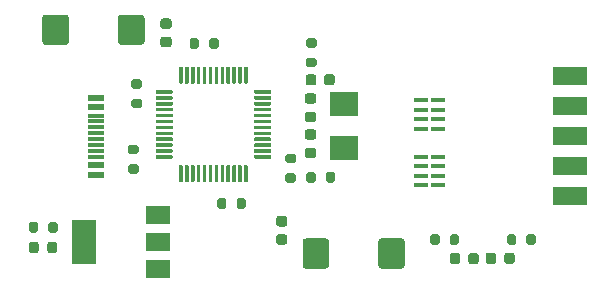
<source format=gbr>
%TF.GenerationSoftware,KiCad,Pcbnew,(5.1.9-0-10_14)*%
%TF.CreationDate,2021-02-21T16:58:23+08:00*%
%TF.ProjectId,stlinkv21_jlinkob,73746c69-6e6b-4763-9231-5f6a6c696e6b,rev?*%
%TF.SameCoordinates,Original*%
%TF.FileFunction,Paste,Top*%
%TF.FilePolarity,Positive*%
%FSLAX46Y46*%
G04 Gerber Fmt 4.6, Leading zero omitted, Abs format (unit mm)*
G04 Created by KiCad (PCBNEW (5.1.9-0-10_14)) date 2021-02-21 16:58:23*
%MOMM*%
%LPD*%
G01*
G04 APERTURE LIST*
%ADD10R,1.200000X0.400000*%
%ADD11R,2.400000X2.000000*%
%ADD12R,2.000000X1.500000*%
%ADD13R,2.000000X3.800000*%
%ADD14R,2.999994X1.519936*%
%ADD15R,1.450000X0.600000*%
%ADD16R,1.450000X0.300000*%
G04 APERTURE END LIST*
D10*
%TO.C,RN2*%
X136000000Y-91410000D03*
X136000000Y-90610000D03*
X136000000Y-89810000D03*
X136000000Y-89010000D03*
X134600000Y-91410000D03*
X134600000Y-89010000D03*
X134600000Y-90610000D03*
X134600000Y-89810000D03*
%TD*%
%TO.C,RN1*%
X136000000Y-86610000D03*
X136000000Y-85810000D03*
X136000000Y-85010000D03*
X136000000Y-84210000D03*
X134600000Y-86610000D03*
X134600000Y-84210000D03*
X134600000Y-85810000D03*
X134600000Y-85010000D03*
%TD*%
%TO.C,C6*%
G36*
G01*
X130955000Y-98205001D02*
X130955000Y-96154999D01*
G75*
G02*
X131204999Y-95905000I249999J0D01*
G01*
X132955001Y-95905000D01*
G75*
G02*
X133205000Y-96154999I0J-249999D01*
G01*
X133205000Y-98205001D01*
G75*
G02*
X132955001Y-98455000I-249999J0D01*
G01*
X131204999Y-98455000D01*
G75*
G02*
X130955000Y-98205001I0J249999D01*
G01*
G37*
G36*
G01*
X124555000Y-98205001D02*
X124555000Y-96154999D01*
G75*
G02*
X124804999Y-95905000I249999J0D01*
G01*
X126555001Y-95905000D01*
G75*
G02*
X126805000Y-96154999I0J-249999D01*
G01*
X126805000Y-98205001D01*
G75*
G02*
X126555001Y-98455000I-249999J0D01*
G01*
X124804999Y-98455000D01*
G75*
G02*
X124555000Y-98205001I0J249999D01*
G01*
G37*
%TD*%
%TO.C,C4*%
G36*
G01*
X108915000Y-79265001D02*
X108915000Y-77214999D01*
G75*
G02*
X109164999Y-76965000I249999J0D01*
G01*
X110915001Y-76965000D01*
G75*
G02*
X111165000Y-77214999I0J-249999D01*
G01*
X111165000Y-79265001D01*
G75*
G02*
X110915001Y-79515000I-249999J0D01*
G01*
X109164999Y-79515000D01*
G75*
G02*
X108915000Y-79265001I0J249999D01*
G01*
G37*
G36*
G01*
X102515000Y-79265001D02*
X102515000Y-77214999D01*
G75*
G02*
X102764999Y-76965000I249999J0D01*
G01*
X104515001Y-76965000D01*
G75*
G02*
X104765000Y-77214999I0J-249999D01*
G01*
X104765000Y-79265001D01*
G75*
G02*
X104515001Y-79515000I-249999J0D01*
G01*
X102764999Y-79515000D01*
G75*
G02*
X102515000Y-79265001I0J249999D01*
G01*
G37*
%TD*%
D11*
%TO.C,Y1*%
X128016000Y-84510000D03*
X128016000Y-88210000D03*
%TD*%
%TO.C,R12*%
G36*
G01*
X109945000Y-89615000D02*
X110495000Y-89615000D01*
G75*
G02*
X110695000Y-89815000I0J-200000D01*
G01*
X110695000Y-90215000D01*
G75*
G02*
X110495000Y-90415000I-200000J0D01*
G01*
X109945000Y-90415000D01*
G75*
G02*
X109745000Y-90215000I0J200000D01*
G01*
X109745000Y-89815000D01*
G75*
G02*
X109945000Y-89615000I200000J0D01*
G01*
G37*
G36*
G01*
X109945000Y-87965000D02*
X110495000Y-87965000D01*
G75*
G02*
X110695000Y-88165000I0J-200000D01*
G01*
X110695000Y-88565000D01*
G75*
G02*
X110495000Y-88765000I-200000J0D01*
G01*
X109945000Y-88765000D01*
G75*
G02*
X109745000Y-88565000I0J200000D01*
G01*
X109745000Y-88165000D01*
G75*
G02*
X109945000Y-87965000I200000J0D01*
G01*
G37*
%TD*%
%TO.C,R11*%
G36*
G01*
X125555000Y-79755000D02*
X125005000Y-79755000D01*
G75*
G02*
X124805000Y-79555000I0J200000D01*
G01*
X124805000Y-79155000D01*
G75*
G02*
X125005000Y-78955000I200000J0D01*
G01*
X125555000Y-78955000D01*
G75*
G02*
X125755000Y-79155000I0J-200000D01*
G01*
X125755000Y-79555000D01*
G75*
G02*
X125555000Y-79755000I-200000J0D01*
G01*
G37*
G36*
G01*
X125555000Y-81405000D02*
X125005000Y-81405000D01*
G75*
G02*
X124805000Y-81205000I0J200000D01*
G01*
X124805000Y-80805000D01*
G75*
G02*
X125005000Y-80605000I200000J0D01*
G01*
X125555000Y-80605000D01*
G75*
G02*
X125755000Y-80805000I0J-200000D01*
G01*
X125755000Y-81205000D01*
G75*
G02*
X125555000Y-81405000I-200000J0D01*
G01*
G37*
%TD*%
%TO.C,R10*%
G36*
G01*
X110225000Y-84085000D02*
X110775000Y-84085000D01*
G75*
G02*
X110975000Y-84285000I0J-200000D01*
G01*
X110975000Y-84685000D01*
G75*
G02*
X110775000Y-84885000I-200000J0D01*
G01*
X110225000Y-84885000D01*
G75*
G02*
X110025000Y-84685000I0J200000D01*
G01*
X110025000Y-84285000D01*
G75*
G02*
X110225000Y-84085000I200000J0D01*
G01*
G37*
G36*
G01*
X110225000Y-82435000D02*
X110775000Y-82435000D01*
G75*
G02*
X110975000Y-82635000I0J-200000D01*
G01*
X110975000Y-83035000D01*
G75*
G02*
X110775000Y-83235000I-200000J0D01*
G01*
X110225000Y-83235000D01*
G75*
G02*
X110025000Y-83035000I0J200000D01*
G01*
X110025000Y-82635000D01*
G75*
G02*
X110225000Y-82435000I200000J0D01*
G01*
G37*
%TD*%
%TO.C,R9*%
G36*
G01*
X123265000Y-90395000D02*
X123815000Y-90395000D01*
G75*
G02*
X124015000Y-90595000I0J-200000D01*
G01*
X124015000Y-90995000D01*
G75*
G02*
X123815000Y-91195000I-200000J0D01*
G01*
X123265000Y-91195000D01*
G75*
G02*
X123065000Y-90995000I0J200000D01*
G01*
X123065000Y-90595000D01*
G75*
G02*
X123265000Y-90395000I200000J0D01*
G01*
G37*
G36*
G01*
X123265000Y-88745000D02*
X123815000Y-88745000D01*
G75*
G02*
X124015000Y-88945000I0J-200000D01*
G01*
X124015000Y-89345000D01*
G75*
G02*
X123815000Y-89545000I-200000J0D01*
G01*
X123265000Y-89545000D01*
G75*
G02*
X123065000Y-89345000I0J200000D01*
G01*
X123065000Y-88945000D01*
G75*
G02*
X123265000Y-88745000I200000J0D01*
G01*
G37*
%TD*%
%TO.C,R8*%
G36*
G01*
X126525000Y-90995000D02*
X126525000Y-90445000D01*
G75*
G02*
X126725000Y-90245000I200000J0D01*
G01*
X127125000Y-90245000D01*
G75*
G02*
X127325000Y-90445000I0J-200000D01*
G01*
X127325000Y-90995000D01*
G75*
G02*
X127125000Y-91195000I-200000J0D01*
G01*
X126725000Y-91195000D01*
G75*
G02*
X126525000Y-90995000I0J200000D01*
G01*
G37*
G36*
G01*
X124875000Y-90995000D02*
X124875000Y-90445000D01*
G75*
G02*
X125075000Y-90245000I200000J0D01*
G01*
X125475000Y-90245000D01*
G75*
G02*
X125675000Y-90445000I0J-200000D01*
G01*
X125675000Y-90995000D01*
G75*
G02*
X125475000Y-91195000I-200000J0D01*
G01*
X125075000Y-91195000D01*
G75*
G02*
X124875000Y-90995000I0J200000D01*
G01*
G37*
%TD*%
%TO.C,C7*%
G36*
G01*
X126365000Y-82720000D02*
X126365000Y-82220000D01*
G75*
G02*
X126590000Y-81995000I225000J0D01*
G01*
X127040000Y-81995000D01*
G75*
G02*
X127265000Y-82220000I0J-225000D01*
G01*
X127265000Y-82720000D01*
G75*
G02*
X127040000Y-82945000I-225000J0D01*
G01*
X126590000Y-82945000D01*
G75*
G02*
X126365000Y-82720000I0J225000D01*
G01*
G37*
G36*
G01*
X124815000Y-82720000D02*
X124815000Y-82220000D01*
G75*
G02*
X125040000Y-81995000I225000J0D01*
G01*
X125490000Y-81995000D01*
G75*
G02*
X125715000Y-82220000I0J-225000D01*
G01*
X125715000Y-82720000D01*
G75*
G02*
X125490000Y-82945000I-225000J0D01*
G01*
X125040000Y-82945000D01*
G75*
G02*
X124815000Y-82720000I0J225000D01*
G01*
G37*
%TD*%
%TO.C,C5*%
G36*
G01*
X123030000Y-94895000D02*
X122530000Y-94895000D01*
G75*
G02*
X122305000Y-94670000I0J225000D01*
G01*
X122305000Y-94220000D01*
G75*
G02*
X122530000Y-93995000I225000J0D01*
G01*
X123030000Y-93995000D01*
G75*
G02*
X123255000Y-94220000I0J-225000D01*
G01*
X123255000Y-94670000D01*
G75*
G02*
X123030000Y-94895000I-225000J0D01*
G01*
G37*
G36*
G01*
X123030000Y-96445000D02*
X122530000Y-96445000D01*
G75*
G02*
X122305000Y-96220000I0J225000D01*
G01*
X122305000Y-95770000D01*
G75*
G02*
X122530000Y-95545000I225000J0D01*
G01*
X123030000Y-95545000D01*
G75*
G02*
X123255000Y-95770000I0J-225000D01*
G01*
X123255000Y-96220000D01*
G75*
G02*
X123030000Y-96445000I-225000J0D01*
G01*
G37*
%TD*%
%TO.C,C3*%
G36*
G01*
X113240000Y-78175000D02*
X112740000Y-78175000D01*
G75*
G02*
X112515000Y-77950000I0J225000D01*
G01*
X112515000Y-77500000D01*
G75*
G02*
X112740000Y-77275000I225000J0D01*
G01*
X113240000Y-77275000D01*
G75*
G02*
X113465000Y-77500000I0J-225000D01*
G01*
X113465000Y-77950000D01*
G75*
G02*
X113240000Y-78175000I-225000J0D01*
G01*
G37*
G36*
G01*
X113240000Y-79725000D02*
X112740000Y-79725000D01*
G75*
G02*
X112515000Y-79500000I0J225000D01*
G01*
X112515000Y-79050000D01*
G75*
G02*
X112740000Y-78825000I225000J0D01*
G01*
X113240000Y-78825000D01*
G75*
G02*
X113465000Y-79050000I0J-225000D01*
G01*
X113465000Y-79500000D01*
G75*
G02*
X113240000Y-79725000I-225000J0D01*
G01*
G37*
%TD*%
%TO.C,C2*%
G36*
G01*
X124972000Y-85161000D02*
X125472000Y-85161000D01*
G75*
G02*
X125697000Y-85386000I0J-225000D01*
G01*
X125697000Y-85836000D01*
G75*
G02*
X125472000Y-86061000I-225000J0D01*
G01*
X124972000Y-86061000D01*
G75*
G02*
X124747000Y-85836000I0J225000D01*
G01*
X124747000Y-85386000D01*
G75*
G02*
X124972000Y-85161000I225000J0D01*
G01*
G37*
G36*
G01*
X124972000Y-83611000D02*
X125472000Y-83611000D01*
G75*
G02*
X125697000Y-83836000I0J-225000D01*
G01*
X125697000Y-84286000D01*
G75*
G02*
X125472000Y-84511000I-225000J0D01*
G01*
X124972000Y-84511000D01*
G75*
G02*
X124747000Y-84286000I0J225000D01*
G01*
X124747000Y-83836000D01*
G75*
G02*
X124972000Y-83611000I225000J0D01*
G01*
G37*
%TD*%
%TO.C,C1*%
G36*
G01*
X125472000Y-87559000D02*
X124972000Y-87559000D01*
G75*
G02*
X124747000Y-87334000I0J225000D01*
G01*
X124747000Y-86884000D01*
G75*
G02*
X124972000Y-86659000I225000J0D01*
G01*
X125472000Y-86659000D01*
G75*
G02*
X125697000Y-86884000I0J-225000D01*
G01*
X125697000Y-87334000D01*
G75*
G02*
X125472000Y-87559000I-225000J0D01*
G01*
G37*
G36*
G01*
X125472000Y-89109000D02*
X124972000Y-89109000D01*
G75*
G02*
X124747000Y-88884000I0J225000D01*
G01*
X124747000Y-88434000D01*
G75*
G02*
X124972000Y-88209000I225000J0D01*
G01*
X125472000Y-88209000D01*
G75*
G02*
X125697000Y-88434000I0J-225000D01*
G01*
X125697000Y-88884000D01*
G75*
G02*
X125472000Y-89109000I-225000J0D01*
G01*
G37*
%TD*%
%TO.C,U1*%
G36*
G01*
X119900000Y-89750000D02*
X119900000Y-91075000D01*
G75*
G02*
X119825000Y-91150000I-75000J0D01*
G01*
X119675000Y-91150000D01*
G75*
G02*
X119600000Y-91075000I0J75000D01*
G01*
X119600000Y-89750000D01*
G75*
G02*
X119675000Y-89675000I75000J0D01*
G01*
X119825000Y-89675000D01*
G75*
G02*
X119900000Y-89750000I0J-75000D01*
G01*
G37*
G36*
G01*
X119400000Y-89750000D02*
X119400000Y-91075000D01*
G75*
G02*
X119325000Y-91150000I-75000J0D01*
G01*
X119175000Y-91150000D01*
G75*
G02*
X119100000Y-91075000I0J75000D01*
G01*
X119100000Y-89750000D01*
G75*
G02*
X119175000Y-89675000I75000J0D01*
G01*
X119325000Y-89675000D01*
G75*
G02*
X119400000Y-89750000I0J-75000D01*
G01*
G37*
G36*
G01*
X118900000Y-89750000D02*
X118900000Y-91075000D01*
G75*
G02*
X118825000Y-91150000I-75000J0D01*
G01*
X118675000Y-91150000D01*
G75*
G02*
X118600000Y-91075000I0J75000D01*
G01*
X118600000Y-89750000D01*
G75*
G02*
X118675000Y-89675000I75000J0D01*
G01*
X118825000Y-89675000D01*
G75*
G02*
X118900000Y-89750000I0J-75000D01*
G01*
G37*
G36*
G01*
X118400000Y-89750000D02*
X118400000Y-91075000D01*
G75*
G02*
X118325000Y-91150000I-75000J0D01*
G01*
X118175000Y-91150000D01*
G75*
G02*
X118100000Y-91075000I0J75000D01*
G01*
X118100000Y-89750000D01*
G75*
G02*
X118175000Y-89675000I75000J0D01*
G01*
X118325000Y-89675000D01*
G75*
G02*
X118400000Y-89750000I0J-75000D01*
G01*
G37*
G36*
G01*
X117900000Y-89750000D02*
X117900000Y-91075000D01*
G75*
G02*
X117825000Y-91150000I-75000J0D01*
G01*
X117675000Y-91150000D01*
G75*
G02*
X117600000Y-91075000I0J75000D01*
G01*
X117600000Y-89750000D01*
G75*
G02*
X117675000Y-89675000I75000J0D01*
G01*
X117825000Y-89675000D01*
G75*
G02*
X117900000Y-89750000I0J-75000D01*
G01*
G37*
G36*
G01*
X117400000Y-89750000D02*
X117400000Y-91075000D01*
G75*
G02*
X117325000Y-91150000I-75000J0D01*
G01*
X117175000Y-91150000D01*
G75*
G02*
X117100000Y-91075000I0J75000D01*
G01*
X117100000Y-89750000D01*
G75*
G02*
X117175000Y-89675000I75000J0D01*
G01*
X117325000Y-89675000D01*
G75*
G02*
X117400000Y-89750000I0J-75000D01*
G01*
G37*
G36*
G01*
X116900000Y-89750000D02*
X116900000Y-91075000D01*
G75*
G02*
X116825000Y-91150000I-75000J0D01*
G01*
X116675000Y-91150000D01*
G75*
G02*
X116600000Y-91075000I0J75000D01*
G01*
X116600000Y-89750000D01*
G75*
G02*
X116675000Y-89675000I75000J0D01*
G01*
X116825000Y-89675000D01*
G75*
G02*
X116900000Y-89750000I0J-75000D01*
G01*
G37*
G36*
G01*
X116400000Y-89750000D02*
X116400000Y-91075000D01*
G75*
G02*
X116325000Y-91150000I-75000J0D01*
G01*
X116175000Y-91150000D01*
G75*
G02*
X116100000Y-91075000I0J75000D01*
G01*
X116100000Y-89750000D01*
G75*
G02*
X116175000Y-89675000I75000J0D01*
G01*
X116325000Y-89675000D01*
G75*
G02*
X116400000Y-89750000I0J-75000D01*
G01*
G37*
G36*
G01*
X115900000Y-89750000D02*
X115900000Y-91075000D01*
G75*
G02*
X115825000Y-91150000I-75000J0D01*
G01*
X115675000Y-91150000D01*
G75*
G02*
X115600000Y-91075000I0J75000D01*
G01*
X115600000Y-89750000D01*
G75*
G02*
X115675000Y-89675000I75000J0D01*
G01*
X115825000Y-89675000D01*
G75*
G02*
X115900000Y-89750000I0J-75000D01*
G01*
G37*
G36*
G01*
X115400000Y-89750000D02*
X115400000Y-91075000D01*
G75*
G02*
X115325000Y-91150000I-75000J0D01*
G01*
X115175000Y-91150000D01*
G75*
G02*
X115100000Y-91075000I0J75000D01*
G01*
X115100000Y-89750000D01*
G75*
G02*
X115175000Y-89675000I75000J0D01*
G01*
X115325000Y-89675000D01*
G75*
G02*
X115400000Y-89750000I0J-75000D01*
G01*
G37*
G36*
G01*
X114900000Y-89750000D02*
X114900000Y-91075000D01*
G75*
G02*
X114825000Y-91150000I-75000J0D01*
G01*
X114675000Y-91150000D01*
G75*
G02*
X114600000Y-91075000I0J75000D01*
G01*
X114600000Y-89750000D01*
G75*
G02*
X114675000Y-89675000I75000J0D01*
G01*
X114825000Y-89675000D01*
G75*
G02*
X114900000Y-89750000I0J-75000D01*
G01*
G37*
G36*
G01*
X114400000Y-89750000D02*
X114400000Y-91075000D01*
G75*
G02*
X114325000Y-91150000I-75000J0D01*
G01*
X114175000Y-91150000D01*
G75*
G02*
X114100000Y-91075000I0J75000D01*
G01*
X114100000Y-89750000D01*
G75*
G02*
X114175000Y-89675000I75000J0D01*
G01*
X114325000Y-89675000D01*
G75*
G02*
X114400000Y-89750000I0J-75000D01*
G01*
G37*
G36*
G01*
X113575000Y-88925000D02*
X113575000Y-89075000D01*
G75*
G02*
X113500000Y-89150000I-75000J0D01*
G01*
X112175000Y-89150000D01*
G75*
G02*
X112100000Y-89075000I0J75000D01*
G01*
X112100000Y-88925000D01*
G75*
G02*
X112175000Y-88850000I75000J0D01*
G01*
X113500000Y-88850000D01*
G75*
G02*
X113575000Y-88925000I0J-75000D01*
G01*
G37*
G36*
G01*
X113575000Y-88425000D02*
X113575000Y-88575000D01*
G75*
G02*
X113500000Y-88650000I-75000J0D01*
G01*
X112175000Y-88650000D01*
G75*
G02*
X112100000Y-88575000I0J75000D01*
G01*
X112100000Y-88425000D01*
G75*
G02*
X112175000Y-88350000I75000J0D01*
G01*
X113500000Y-88350000D01*
G75*
G02*
X113575000Y-88425000I0J-75000D01*
G01*
G37*
G36*
G01*
X113575000Y-87925000D02*
X113575000Y-88075000D01*
G75*
G02*
X113500000Y-88150000I-75000J0D01*
G01*
X112175000Y-88150000D01*
G75*
G02*
X112100000Y-88075000I0J75000D01*
G01*
X112100000Y-87925000D01*
G75*
G02*
X112175000Y-87850000I75000J0D01*
G01*
X113500000Y-87850000D01*
G75*
G02*
X113575000Y-87925000I0J-75000D01*
G01*
G37*
G36*
G01*
X113575000Y-87425000D02*
X113575000Y-87575000D01*
G75*
G02*
X113500000Y-87650000I-75000J0D01*
G01*
X112175000Y-87650000D01*
G75*
G02*
X112100000Y-87575000I0J75000D01*
G01*
X112100000Y-87425000D01*
G75*
G02*
X112175000Y-87350000I75000J0D01*
G01*
X113500000Y-87350000D01*
G75*
G02*
X113575000Y-87425000I0J-75000D01*
G01*
G37*
G36*
G01*
X113575000Y-86925000D02*
X113575000Y-87075000D01*
G75*
G02*
X113500000Y-87150000I-75000J0D01*
G01*
X112175000Y-87150000D01*
G75*
G02*
X112100000Y-87075000I0J75000D01*
G01*
X112100000Y-86925000D01*
G75*
G02*
X112175000Y-86850000I75000J0D01*
G01*
X113500000Y-86850000D01*
G75*
G02*
X113575000Y-86925000I0J-75000D01*
G01*
G37*
G36*
G01*
X113575000Y-86425000D02*
X113575000Y-86575000D01*
G75*
G02*
X113500000Y-86650000I-75000J0D01*
G01*
X112175000Y-86650000D01*
G75*
G02*
X112100000Y-86575000I0J75000D01*
G01*
X112100000Y-86425000D01*
G75*
G02*
X112175000Y-86350000I75000J0D01*
G01*
X113500000Y-86350000D01*
G75*
G02*
X113575000Y-86425000I0J-75000D01*
G01*
G37*
G36*
G01*
X113575000Y-85925000D02*
X113575000Y-86075000D01*
G75*
G02*
X113500000Y-86150000I-75000J0D01*
G01*
X112175000Y-86150000D01*
G75*
G02*
X112100000Y-86075000I0J75000D01*
G01*
X112100000Y-85925000D01*
G75*
G02*
X112175000Y-85850000I75000J0D01*
G01*
X113500000Y-85850000D01*
G75*
G02*
X113575000Y-85925000I0J-75000D01*
G01*
G37*
G36*
G01*
X113575000Y-85425000D02*
X113575000Y-85575000D01*
G75*
G02*
X113500000Y-85650000I-75000J0D01*
G01*
X112175000Y-85650000D01*
G75*
G02*
X112100000Y-85575000I0J75000D01*
G01*
X112100000Y-85425000D01*
G75*
G02*
X112175000Y-85350000I75000J0D01*
G01*
X113500000Y-85350000D01*
G75*
G02*
X113575000Y-85425000I0J-75000D01*
G01*
G37*
G36*
G01*
X113575000Y-84925000D02*
X113575000Y-85075000D01*
G75*
G02*
X113500000Y-85150000I-75000J0D01*
G01*
X112175000Y-85150000D01*
G75*
G02*
X112100000Y-85075000I0J75000D01*
G01*
X112100000Y-84925000D01*
G75*
G02*
X112175000Y-84850000I75000J0D01*
G01*
X113500000Y-84850000D01*
G75*
G02*
X113575000Y-84925000I0J-75000D01*
G01*
G37*
G36*
G01*
X113575000Y-84425000D02*
X113575000Y-84575000D01*
G75*
G02*
X113500000Y-84650000I-75000J0D01*
G01*
X112175000Y-84650000D01*
G75*
G02*
X112100000Y-84575000I0J75000D01*
G01*
X112100000Y-84425000D01*
G75*
G02*
X112175000Y-84350000I75000J0D01*
G01*
X113500000Y-84350000D01*
G75*
G02*
X113575000Y-84425000I0J-75000D01*
G01*
G37*
G36*
G01*
X113575000Y-83925000D02*
X113575000Y-84075000D01*
G75*
G02*
X113500000Y-84150000I-75000J0D01*
G01*
X112175000Y-84150000D01*
G75*
G02*
X112100000Y-84075000I0J75000D01*
G01*
X112100000Y-83925000D01*
G75*
G02*
X112175000Y-83850000I75000J0D01*
G01*
X113500000Y-83850000D01*
G75*
G02*
X113575000Y-83925000I0J-75000D01*
G01*
G37*
G36*
G01*
X113575000Y-83425000D02*
X113575000Y-83575000D01*
G75*
G02*
X113500000Y-83650000I-75000J0D01*
G01*
X112175000Y-83650000D01*
G75*
G02*
X112100000Y-83575000I0J75000D01*
G01*
X112100000Y-83425000D01*
G75*
G02*
X112175000Y-83350000I75000J0D01*
G01*
X113500000Y-83350000D01*
G75*
G02*
X113575000Y-83425000I0J-75000D01*
G01*
G37*
G36*
G01*
X114400000Y-81425000D02*
X114400000Y-82750000D01*
G75*
G02*
X114325000Y-82825000I-75000J0D01*
G01*
X114175000Y-82825000D01*
G75*
G02*
X114100000Y-82750000I0J75000D01*
G01*
X114100000Y-81425000D01*
G75*
G02*
X114175000Y-81350000I75000J0D01*
G01*
X114325000Y-81350000D01*
G75*
G02*
X114400000Y-81425000I0J-75000D01*
G01*
G37*
G36*
G01*
X114900000Y-81425000D02*
X114900000Y-82750000D01*
G75*
G02*
X114825000Y-82825000I-75000J0D01*
G01*
X114675000Y-82825000D01*
G75*
G02*
X114600000Y-82750000I0J75000D01*
G01*
X114600000Y-81425000D01*
G75*
G02*
X114675000Y-81350000I75000J0D01*
G01*
X114825000Y-81350000D01*
G75*
G02*
X114900000Y-81425000I0J-75000D01*
G01*
G37*
G36*
G01*
X115400000Y-81425000D02*
X115400000Y-82750000D01*
G75*
G02*
X115325000Y-82825000I-75000J0D01*
G01*
X115175000Y-82825000D01*
G75*
G02*
X115100000Y-82750000I0J75000D01*
G01*
X115100000Y-81425000D01*
G75*
G02*
X115175000Y-81350000I75000J0D01*
G01*
X115325000Y-81350000D01*
G75*
G02*
X115400000Y-81425000I0J-75000D01*
G01*
G37*
G36*
G01*
X115900000Y-81425000D02*
X115900000Y-82750000D01*
G75*
G02*
X115825000Y-82825000I-75000J0D01*
G01*
X115675000Y-82825000D01*
G75*
G02*
X115600000Y-82750000I0J75000D01*
G01*
X115600000Y-81425000D01*
G75*
G02*
X115675000Y-81350000I75000J0D01*
G01*
X115825000Y-81350000D01*
G75*
G02*
X115900000Y-81425000I0J-75000D01*
G01*
G37*
G36*
G01*
X116400000Y-81425000D02*
X116400000Y-82750000D01*
G75*
G02*
X116325000Y-82825000I-75000J0D01*
G01*
X116175000Y-82825000D01*
G75*
G02*
X116100000Y-82750000I0J75000D01*
G01*
X116100000Y-81425000D01*
G75*
G02*
X116175000Y-81350000I75000J0D01*
G01*
X116325000Y-81350000D01*
G75*
G02*
X116400000Y-81425000I0J-75000D01*
G01*
G37*
G36*
G01*
X116900000Y-81425000D02*
X116900000Y-82750000D01*
G75*
G02*
X116825000Y-82825000I-75000J0D01*
G01*
X116675000Y-82825000D01*
G75*
G02*
X116600000Y-82750000I0J75000D01*
G01*
X116600000Y-81425000D01*
G75*
G02*
X116675000Y-81350000I75000J0D01*
G01*
X116825000Y-81350000D01*
G75*
G02*
X116900000Y-81425000I0J-75000D01*
G01*
G37*
G36*
G01*
X117400000Y-81425000D02*
X117400000Y-82750000D01*
G75*
G02*
X117325000Y-82825000I-75000J0D01*
G01*
X117175000Y-82825000D01*
G75*
G02*
X117100000Y-82750000I0J75000D01*
G01*
X117100000Y-81425000D01*
G75*
G02*
X117175000Y-81350000I75000J0D01*
G01*
X117325000Y-81350000D01*
G75*
G02*
X117400000Y-81425000I0J-75000D01*
G01*
G37*
G36*
G01*
X117900000Y-81425000D02*
X117900000Y-82750000D01*
G75*
G02*
X117825000Y-82825000I-75000J0D01*
G01*
X117675000Y-82825000D01*
G75*
G02*
X117600000Y-82750000I0J75000D01*
G01*
X117600000Y-81425000D01*
G75*
G02*
X117675000Y-81350000I75000J0D01*
G01*
X117825000Y-81350000D01*
G75*
G02*
X117900000Y-81425000I0J-75000D01*
G01*
G37*
G36*
G01*
X118400000Y-81425000D02*
X118400000Y-82750000D01*
G75*
G02*
X118325000Y-82825000I-75000J0D01*
G01*
X118175000Y-82825000D01*
G75*
G02*
X118100000Y-82750000I0J75000D01*
G01*
X118100000Y-81425000D01*
G75*
G02*
X118175000Y-81350000I75000J0D01*
G01*
X118325000Y-81350000D01*
G75*
G02*
X118400000Y-81425000I0J-75000D01*
G01*
G37*
G36*
G01*
X118900000Y-81425000D02*
X118900000Y-82750000D01*
G75*
G02*
X118825000Y-82825000I-75000J0D01*
G01*
X118675000Y-82825000D01*
G75*
G02*
X118600000Y-82750000I0J75000D01*
G01*
X118600000Y-81425000D01*
G75*
G02*
X118675000Y-81350000I75000J0D01*
G01*
X118825000Y-81350000D01*
G75*
G02*
X118900000Y-81425000I0J-75000D01*
G01*
G37*
G36*
G01*
X119400000Y-81425000D02*
X119400000Y-82750000D01*
G75*
G02*
X119325000Y-82825000I-75000J0D01*
G01*
X119175000Y-82825000D01*
G75*
G02*
X119100000Y-82750000I0J75000D01*
G01*
X119100000Y-81425000D01*
G75*
G02*
X119175000Y-81350000I75000J0D01*
G01*
X119325000Y-81350000D01*
G75*
G02*
X119400000Y-81425000I0J-75000D01*
G01*
G37*
G36*
G01*
X119900000Y-81425000D02*
X119900000Y-82750000D01*
G75*
G02*
X119825000Y-82825000I-75000J0D01*
G01*
X119675000Y-82825000D01*
G75*
G02*
X119600000Y-82750000I0J75000D01*
G01*
X119600000Y-81425000D01*
G75*
G02*
X119675000Y-81350000I75000J0D01*
G01*
X119825000Y-81350000D01*
G75*
G02*
X119900000Y-81425000I0J-75000D01*
G01*
G37*
G36*
G01*
X121900000Y-83425000D02*
X121900000Y-83575000D01*
G75*
G02*
X121825000Y-83650000I-75000J0D01*
G01*
X120500000Y-83650000D01*
G75*
G02*
X120425000Y-83575000I0J75000D01*
G01*
X120425000Y-83425000D01*
G75*
G02*
X120500000Y-83350000I75000J0D01*
G01*
X121825000Y-83350000D01*
G75*
G02*
X121900000Y-83425000I0J-75000D01*
G01*
G37*
G36*
G01*
X121900000Y-83925000D02*
X121900000Y-84075000D01*
G75*
G02*
X121825000Y-84150000I-75000J0D01*
G01*
X120500000Y-84150000D01*
G75*
G02*
X120425000Y-84075000I0J75000D01*
G01*
X120425000Y-83925000D01*
G75*
G02*
X120500000Y-83850000I75000J0D01*
G01*
X121825000Y-83850000D01*
G75*
G02*
X121900000Y-83925000I0J-75000D01*
G01*
G37*
G36*
G01*
X121900000Y-84425000D02*
X121900000Y-84575000D01*
G75*
G02*
X121825000Y-84650000I-75000J0D01*
G01*
X120500000Y-84650000D01*
G75*
G02*
X120425000Y-84575000I0J75000D01*
G01*
X120425000Y-84425000D01*
G75*
G02*
X120500000Y-84350000I75000J0D01*
G01*
X121825000Y-84350000D01*
G75*
G02*
X121900000Y-84425000I0J-75000D01*
G01*
G37*
G36*
G01*
X121900000Y-84925000D02*
X121900000Y-85075000D01*
G75*
G02*
X121825000Y-85150000I-75000J0D01*
G01*
X120500000Y-85150000D01*
G75*
G02*
X120425000Y-85075000I0J75000D01*
G01*
X120425000Y-84925000D01*
G75*
G02*
X120500000Y-84850000I75000J0D01*
G01*
X121825000Y-84850000D01*
G75*
G02*
X121900000Y-84925000I0J-75000D01*
G01*
G37*
G36*
G01*
X121900000Y-85425000D02*
X121900000Y-85575000D01*
G75*
G02*
X121825000Y-85650000I-75000J0D01*
G01*
X120500000Y-85650000D01*
G75*
G02*
X120425000Y-85575000I0J75000D01*
G01*
X120425000Y-85425000D01*
G75*
G02*
X120500000Y-85350000I75000J0D01*
G01*
X121825000Y-85350000D01*
G75*
G02*
X121900000Y-85425000I0J-75000D01*
G01*
G37*
G36*
G01*
X121900000Y-85925000D02*
X121900000Y-86075000D01*
G75*
G02*
X121825000Y-86150000I-75000J0D01*
G01*
X120500000Y-86150000D01*
G75*
G02*
X120425000Y-86075000I0J75000D01*
G01*
X120425000Y-85925000D01*
G75*
G02*
X120500000Y-85850000I75000J0D01*
G01*
X121825000Y-85850000D01*
G75*
G02*
X121900000Y-85925000I0J-75000D01*
G01*
G37*
G36*
G01*
X121900000Y-86425000D02*
X121900000Y-86575000D01*
G75*
G02*
X121825000Y-86650000I-75000J0D01*
G01*
X120500000Y-86650000D01*
G75*
G02*
X120425000Y-86575000I0J75000D01*
G01*
X120425000Y-86425000D01*
G75*
G02*
X120500000Y-86350000I75000J0D01*
G01*
X121825000Y-86350000D01*
G75*
G02*
X121900000Y-86425000I0J-75000D01*
G01*
G37*
G36*
G01*
X121900000Y-86925000D02*
X121900000Y-87075000D01*
G75*
G02*
X121825000Y-87150000I-75000J0D01*
G01*
X120500000Y-87150000D01*
G75*
G02*
X120425000Y-87075000I0J75000D01*
G01*
X120425000Y-86925000D01*
G75*
G02*
X120500000Y-86850000I75000J0D01*
G01*
X121825000Y-86850000D01*
G75*
G02*
X121900000Y-86925000I0J-75000D01*
G01*
G37*
G36*
G01*
X121900000Y-87425000D02*
X121900000Y-87575000D01*
G75*
G02*
X121825000Y-87650000I-75000J0D01*
G01*
X120500000Y-87650000D01*
G75*
G02*
X120425000Y-87575000I0J75000D01*
G01*
X120425000Y-87425000D01*
G75*
G02*
X120500000Y-87350000I75000J0D01*
G01*
X121825000Y-87350000D01*
G75*
G02*
X121900000Y-87425000I0J-75000D01*
G01*
G37*
G36*
G01*
X121900000Y-87925000D02*
X121900000Y-88075000D01*
G75*
G02*
X121825000Y-88150000I-75000J0D01*
G01*
X120500000Y-88150000D01*
G75*
G02*
X120425000Y-88075000I0J75000D01*
G01*
X120425000Y-87925000D01*
G75*
G02*
X120500000Y-87850000I75000J0D01*
G01*
X121825000Y-87850000D01*
G75*
G02*
X121900000Y-87925000I0J-75000D01*
G01*
G37*
G36*
G01*
X121900000Y-88425000D02*
X121900000Y-88575000D01*
G75*
G02*
X121825000Y-88650000I-75000J0D01*
G01*
X120500000Y-88650000D01*
G75*
G02*
X120425000Y-88575000I0J75000D01*
G01*
X120425000Y-88425000D01*
G75*
G02*
X120500000Y-88350000I75000J0D01*
G01*
X121825000Y-88350000D01*
G75*
G02*
X121900000Y-88425000I0J-75000D01*
G01*
G37*
G36*
G01*
X121900000Y-88925000D02*
X121900000Y-89075000D01*
G75*
G02*
X121825000Y-89150000I-75000J0D01*
G01*
X120500000Y-89150000D01*
G75*
G02*
X120425000Y-89075000I0J75000D01*
G01*
X120425000Y-88925000D01*
G75*
G02*
X120500000Y-88850000I75000J0D01*
G01*
X121825000Y-88850000D01*
G75*
G02*
X121900000Y-88925000I0J-75000D01*
G01*
G37*
%TD*%
%TO.C,R5*%
G36*
G01*
X103015000Y-95225000D02*
X103015000Y-94675000D01*
G75*
G02*
X103215000Y-94475000I200000J0D01*
G01*
X103615000Y-94475000D01*
G75*
G02*
X103815000Y-94675000I0J-200000D01*
G01*
X103815000Y-95225000D01*
G75*
G02*
X103615000Y-95425000I-200000J0D01*
G01*
X103215000Y-95425000D01*
G75*
G02*
X103015000Y-95225000I0J200000D01*
G01*
G37*
G36*
G01*
X101365000Y-95225000D02*
X101365000Y-94675000D01*
G75*
G02*
X101565000Y-94475000I200000J0D01*
G01*
X101965000Y-94475000D01*
G75*
G02*
X102165000Y-94675000I0J-200000D01*
G01*
X102165000Y-95225000D01*
G75*
G02*
X101965000Y-95425000I-200000J0D01*
G01*
X101565000Y-95425000D01*
G75*
G02*
X101365000Y-95225000I0J200000D01*
G01*
G37*
%TD*%
%TO.C,R4*%
G36*
G01*
X136995000Y-96285000D02*
X136995000Y-95735000D01*
G75*
G02*
X137195000Y-95535000I200000J0D01*
G01*
X137595000Y-95535000D01*
G75*
G02*
X137795000Y-95735000I0J-200000D01*
G01*
X137795000Y-96285000D01*
G75*
G02*
X137595000Y-96485000I-200000J0D01*
G01*
X137195000Y-96485000D01*
G75*
G02*
X136995000Y-96285000I0J200000D01*
G01*
G37*
G36*
G01*
X135345000Y-96285000D02*
X135345000Y-95735000D01*
G75*
G02*
X135545000Y-95535000I200000J0D01*
G01*
X135945000Y-95535000D01*
G75*
G02*
X136145000Y-95735000I0J-200000D01*
G01*
X136145000Y-96285000D01*
G75*
G02*
X135945000Y-96485000I-200000J0D01*
G01*
X135545000Y-96485000D01*
G75*
G02*
X135345000Y-96285000I0J200000D01*
G01*
G37*
%TD*%
%TO.C,R3*%
G36*
G01*
X142655000Y-95735000D02*
X142655000Y-96285000D01*
G75*
G02*
X142455000Y-96485000I-200000J0D01*
G01*
X142055000Y-96485000D01*
G75*
G02*
X141855000Y-96285000I0J200000D01*
G01*
X141855000Y-95735000D01*
G75*
G02*
X142055000Y-95535000I200000J0D01*
G01*
X142455000Y-95535000D01*
G75*
G02*
X142655000Y-95735000I0J-200000D01*
G01*
G37*
G36*
G01*
X144305000Y-95735000D02*
X144305000Y-96285000D01*
G75*
G02*
X144105000Y-96485000I-200000J0D01*
G01*
X143705000Y-96485000D01*
G75*
G02*
X143505000Y-96285000I0J200000D01*
G01*
X143505000Y-95735000D01*
G75*
G02*
X143705000Y-95535000I200000J0D01*
G01*
X144105000Y-95535000D01*
G75*
G02*
X144305000Y-95735000I0J-200000D01*
G01*
G37*
%TD*%
%TO.C,D3*%
G36*
G01*
X102220000Y-96413750D02*
X102220000Y-96926250D01*
G75*
G02*
X102001250Y-97145000I-218750J0D01*
G01*
X101563750Y-97145000D01*
G75*
G02*
X101345000Y-96926250I0J218750D01*
G01*
X101345000Y-96413750D01*
G75*
G02*
X101563750Y-96195000I218750J0D01*
G01*
X102001250Y-96195000D01*
G75*
G02*
X102220000Y-96413750I0J-218750D01*
G01*
G37*
G36*
G01*
X103795000Y-96413750D02*
X103795000Y-96926250D01*
G75*
G02*
X103576250Y-97145000I-218750J0D01*
G01*
X103138750Y-97145000D01*
G75*
G02*
X102920000Y-96926250I0J218750D01*
G01*
X102920000Y-96413750D01*
G75*
G02*
X103138750Y-96195000I218750J0D01*
G01*
X103576250Y-96195000D01*
G75*
G02*
X103795000Y-96413750I0J-218750D01*
G01*
G37*
%TD*%
%TO.C,D2*%
G36*
G01*
X138590000Y-97876250D02*
X138590000Y-97363750D01*
G75*
G02*
X138808750Y-97145000I218750J0D01*
G01*
X139246250Y-97145000D01*
G75*
G02*
X139465000Y-97363750I0J-218750D01*
G01*
X139465000Y-97876250D01*
G75*
G02*
X139246250Y-98095000I-218750J0D01*
G01*
X138808750Y-98095000D01*
G75*
G02*
X138590000Y-97876250I0J218750D01*
G01*
G37*
G36*
G01*
X137015000Y-97876250D02*
X137015000Y-97363750D01*
G75*
G02*
X137233750Y-97145000I218750J0D01*
G01*
X137671250Y-97145000D01*
G75*
G02*
X137890000Y-97363750I0J-218750D01*
G01*
X137890000Y-97876250D01*
G75*
G02*
X137671250Y-98095000I-218750J0D01*
G01*
X137233750Y-98095000D01*
G75*
G02*
X137015000Y-97876250I0J218750D01*
G01*
G37*
%TD*%
%TO.C,D1*%
G36*
G01*
X140930000Y-97333750D02*
X140930000Y-97846250D01*
G75*
G02*
X140711250Y-98065000I-218750J0D01*
G01*
X140273750Y-98065000D01*
G75*
G02*
X140055000Y-97846250I0J218750D01*
G01*
X140055000Y-97333750D01*
G75*
G02*
X140273750Y-97115000I218750J0D01*
G01*
X140711250Y-97115000D01*
G75*
G02*
X140930000Y-97333750I0J-218750D01*
G01*
G37*
G36*
G01*
X142505000Y-97333750D02*
X142505000Y-97846250D01*
G75*
G02*
X142286250Y-98065000I-218750J0D01*
G01*
X141848750Y-98065000D01*
G75*
G02*
X141630000Y-97846250I0J218750D01*
G01*
X141630000Y-97333750D01*
G75*
G02*
X141848750Y-97115000I218750J0D01*
G01*
X142286250Y-97115000D01*
G75*
G02*
X142505000Y-97333750I0J-218750D01*
G01*
G37*
%TD*%
D12*
%TO.C,U3*%
X112330000Y-98520000D03*
X112330000Y-93920000D03*
X112330000Y-96220000D03*
D13*
X106030000Y-96220000D03*
%TD*%
D14*
%TO.C,J4*%
X147199394Y-82169746D03*
X147199394Y-84709746D03*
X147199394Y-87249746D03*
X147199394Y-89789746D03*
X147199394Y-92329746D03*
%TD*%
%TO.C,R2*%
G36*
G01*
X115785000Y-79125000D02*
X115785000Y-79675000D01*
G75*
G02*
X115585000Y-79875000I-200000J0D01*
G01*
X115185000Y-79875000D01*
G75*
G02*
X114985000Y-79675000I0J200000D01*
G01*
X114985000Y-79125000D01*
G75*
G02*
X115185000Y-78925000I200000J0D01*
G01*
X115585000Y-78925000D01*
G75*
G02*
X115785000Y-79125000I0J-200000D01*
G01*
G37*
G36*
G01*
X117435000Y-79125000D02*
X117435000Y-79675000D01*
G75*
G02*
X117235000Y-79875000I-200000J0D01*
G01*
X116835000Y-79875000D01*
G75*
G02*
X116635000Y-79675000I0J200000D01*
G01*
X116635000Y-79125000D01*
G75*
G02*
X116835000Y-78925000I200000J0D01*
G01*
X117235000Y-78925000D01*
G75*
G02*
X117435000Y-79125000I0J-200000D01*
G01*
G37*
%TD*%
%TO.C,R1*%
G36*
G01*
X118955000Y-93205000D02*
X118955000Y-92655000D01*
G75*
G02*
X119155000Y-92455000I200000J0D01*
G01*
X119555000Y-92455000D01*
G75*
G02*
X119755000Y-92655000I0J-200000D01*
G01*
X119755000Y-93205000D01*
G75*
G02*
X119555000Y-93405000I-200000J0D01*
G01*
X119155000Y-93405000D01*
G75*
G02*
X118955000Y-93205000I0J200000D01*
G01*
G37*
G36*
G01*
X117305000Y-93205000D02*
X117305000Y-92655000D01*
G75*
G02*
X117505000Y-92455000I200000J0D01*
G01*
X117905000Y-92455000D01*
G75*
G02*
X118105000Y-92655000I0J-200000D01*
G01*
X118105000Y-93205000D01*
G75*
G02*
X117905000Y-93405000I-200000J0D01*
G01*
X117505000Y-93405000D01*
G75*
G02*
X117305000Y-93205000I0J200000D01*
G01*
G37*
%TD*%
D15*
%TO.C,J1*%
X107045000Y-90500000D03*
X107045000Y-89700000D03*
X107045000Y-84800000D03*
X107045000Y-84000000D03*
X107045000Y-84000000D03*
X107045000Y-84800000D03*
X107045000Y-89700000D03*
X107045000Y-90500000D03*
D16*
X107045000Y-85500000D03*
X107045000Y-86000000D03*
X107045000Y-86500000D03*
X107045000Y-87500000D03*
X107045000Y-88000000D03*
X107045000Y-88500000D03*
X107045000Y-89000000D03*
X107045000Y-87000000D03*
%TD*%
M02*

</source>
